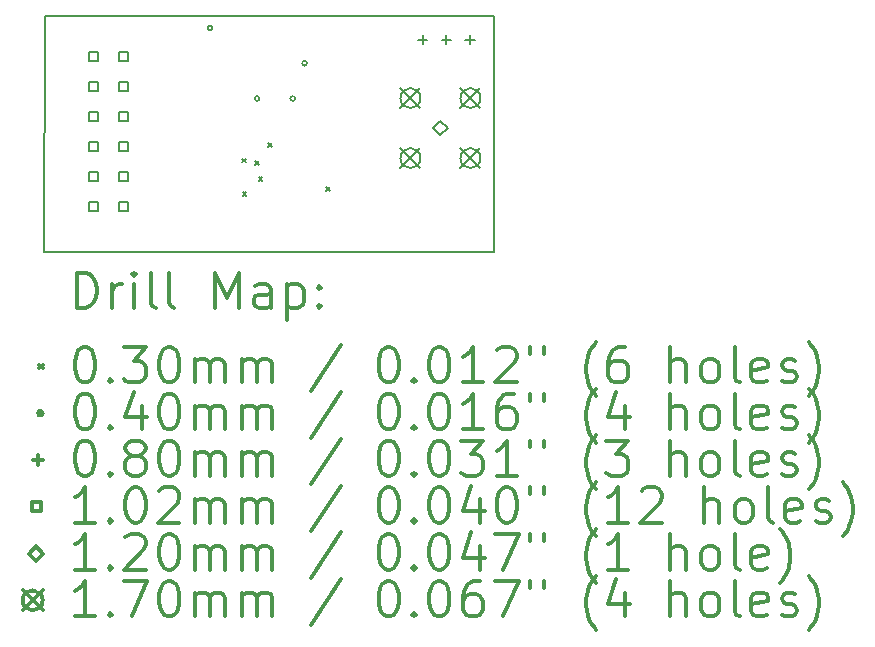
<source format=gbr>
%FSLAX45Y45*%
G04 Gerber Fmt 4.5, Leading zero omitted, Abs format (unit mm)*
G04 Created by KiCad (PCBNEW 5.0.1+dfsg1-3~bpo9+1) date Mon 26 Nov 2018 07:10:50 PM CET*
%MOMM*%
%LPD*%
G01*
G04 APERTURE LIST*
%ADD10C,0.150000*%
%ADD11C,0.200000*%
%ADD12C,0.300000*%
G04 APERTURE END LIST*
D10*
X9390000Y-12100000D02*
X9400000Y-10100000D01*
X13200000Y-12100000D02*
X9390000Y-12100000D01*
X13200000Y-10100000D02*
X13200000Y-12100000D01*
X9400000Y-10100000D02*
X13200000Y-10100000D01*
D11*
X11072500Y-11307500D02*
X11102500Y-11337500D01*
X11102500Y-11307500D02*
X11072500Y-11337500D01*
X11075000Y-11592500D02*
X11105000Y-11622500D01*
X11105000Y-11592500D02*
X11075000Y-11622500D01*
X11182500Y-11330000D02*
X11212500Y-11360000D01*
X11212500Y-11330000D02*
X11182500Y-11360000D01*
X11210000Y-11467500D02*
X11240000Y-11497500D01*
X11240000Y-11467500D02*
X11210000Y-11497500D01*
X11292500Y-11180000D02*
X11322500Y-11210000D01*
X11322500Y-11180000D02*
X11292500Y-11210000D01*
X11782500Y-11550000D02*
X11812500Y-11580000D01*
X11812500Y-11550000D02*
X11782500Y-11580000D01*
X10820000Y-10200000D02*
G75*
G03X10820000Y-10200000I-20000J0D01*
G01*
X11217001Y-10800000D02*
G75*
G03X11217001Y-10800000I-20000J0D01*
G01*
X11520000Y-10800000D02*
G75*
G03X11520000Y-10800000I-20000J0D01*
G01*
X11620000Y-10500000D02*
G75*
G03X11620000Y-10500000I-20000J0D01*
G01*
X12600000Y-10260000D02*
X12600000Y-10340000D01*
X12560000Y-10300000D02*
X12640000Y-10300000D01*
X12800000Y-10260000D02*
X12800000Y-10340000D01*
X12760000Y-10300000D02*
X12840000Y-10300000D01*
X13000000Y-10260000D02*
X13000000Y-10340000D01*
X12960000Y-10300000D02*
X13040000Y-10300000D01*
X9848421Y-10480421D02*
X9848421Y-10408579D01*
X9776579Y-10408579D01*
X9776579Y-10480421D01*
X9848421Y-10480421D01*
X9848421Y-10734421D02*
X9848421Y-10662579D01*
X9776579Y-10662579D01*
X9776579Y-10734421D01*
X9848421Y-10734421D01*
X9848421Y-10988421D02*
X9848421Y-10916579D01*
X9776579Y-10916579D01*
X9776579Y-10988421D01*
X9848421Y-10988421D01*
X9848421Y-11242421D02*
X9848421Y-11170579D01*
X9776579Y-11170579D01*
X9776579Y-11242421D01*
X9848421Y-11242421D01*
X9848421Y-11496421D02*
X9848421Y-11424579D01*
X9776579Y-11424579D01*
X9776579Y-11496421D01*
X9848421Y-11496421D01*
X9848421Y-11750421D02*
X9848421Y-11678579D01*
X9776579Y-11678579D01*
X9776579Y-11750421D01*
X9848421Y-11750421D01*
X10102421Y-10480421D02*
X10102421Y-10408579D01*
X10030579Y-10408579D01*
X10030579Y-10480421D01*
X10102421Y-10480421D01*
X10102421Y-10734421D02*
X10102421Y-10662579D01*
X10030579Y-10662579D01*
X10030579Y-10734421D01*
X10102421Y-10734421D01*
X10102421Y-10988421D02*
X10102421Y-10916579D01*
X10030579Y-10916579D01*
X10030579Y-10988421D01*
X10102421Y-10988421D01*
X10102421Y-11242421D02*
X10102421Y-11170579D01*
X10030579Y-11170579D01*
X10030579Y-11242421D01*
X10102421Y-11242421D01*
X10102421Y-11496421D02*
X10102421Y-11424579D01*
X10030579Y-11424579D01*
X10030579Y-11496421D01*
X10102421Y-11496421D01*
X10102421Y-11750421D02*
X10102421Y-11678579D01*
X10030579Y-11678579D01*
X10030579Y-11750421D01*
X10102421Y-11750421D01*
X12750000Y-11110000D02*
X12810000Y-11050000D01*
X12750000Y-10990000D01*
X12690000Y-11050000D01*
X12750000Y-11110000D01*
X12411000Y-10711000D02*
X12581000Y-10881000D01*
X12581000Y-10711000D02*
X12411000Y-10881000D01*
X12581000Y-10796000D02*
G75*
G03X12581000Y-10796000I-85000J0D01*
G01*
X12411000Y-11219000D02*
X12581000Y-11389000D01*
X12581000Y-11219000D02*
X12411000Y-11389000D01*
X12581000Y-11304000D02*
G75*
G03X12581000Y-11304000I-85000J0D01*
G01*
X12919000Y-10711000D02*
X13089000Y-10881000D01*
X13089000Y-10711000D02*
X12919000Y-10881000D01*
X13089000Y-10796000D02*
G75*
G03X13089000Y-10796000I-85000J0D01*
G01*
X12919000Y-11219000D02*
X13089000Y-11389000D01*
X13089000Y-11219000D02*
X12919000Y-11389000D01*
X13089000Y-11304000D02*
G75*
G03X13089000Y-11304000I-85000J0D01*
G01*
D12*
X9668928Y-12573214D02*
X9668928Y-12273214D01*
X9740357Y-12273214D01*
X9783214Y-12287500D01*
X9811786Y-12316071D01*
X9826071Y-12344643D01*
X9840357Y-12401786D01*
X9840357Y-12444643D01*
X9826071Y-12501786D01*
X9811786Y-12530357D01*
X9783214Y-12558929D01*
X9740357Y-12573214D01*
X9668928Y-12573214D01*
X9968928Y-12573214D02*
X9968928Y-12373214D01*
X9968928Y-12430357D02*
X9983214Y-12401786D01*
X9997500Y-12387500D01*
X10026071Y-12373214D01*
X10054643Y-12373214D01*
X10154643Y-12573214D02*
X10154643Y-12373214D01*
X10154643Y-12273214D02*
X10140357Y-12287500D01*
X10154643Y-12301786D01*
X10168928Y-12287500D01*
X10154643Y-12273214D01*
X10154643Y-12301786D01*
X10340357Y-12573214D02*
X10311786Y-12558929D01*
X10297500Y-12530357D01*
X10297500Y-12273214D01*
X10497500Y-12573214D02*
X10468928Y-12558929D01*
X10454643Y-12530357D01*
X10454643Y-12273214D01*
X10840357Y-12573214D02*
X10840357Y-12273214D01*
X10940357Y-12487500D01*
X11040357Y-12273214D01*
X11040357Y-12573214D01*
X11311786Y-12573214D02*
X11311786Y-12416071D01*
X11297500Y-12387500D01*
X11268928Y-12373214D01*
X11211786Y-12373214D01*
X11183214Y-12387500D01*
X11311786Y-12558929D02*
X11283214Y-12573214D01*
X11211786Y-12573214D01*
X11183214Y-12558929D01*
X11168928Y-12530357D01*
X11168928Y-12501786D01*
X11183214Y-12473214D01*
X11211786Y-12458929D01*
X11283214Y-12458929D01*
X11311786Y-12444643D01*
X11454643Y-12373214D02*
X11454643Y-12673214D01*
X11454643Y-12387500D02*
X11483214Y-12373214D01*
X11540357Y-12373214D01*
X11568928Y-12387500D01*
X11583214Y-12401786D01*
X11597500Y-12430357D01*
X11597500Y-12516071D01*
X11583214Y-12544643D01*
X11568928Y-12558929D01*
X11540357Y-12573214D01*
X11483214Y-12573214D01*
X11454643Y-12558929D01*
X11726071Y-12544643D02*
X11740357Y-12558929D01*
X11726071Y-12573214D01*
X11711786Y-12558929D01*
X11726071Y-12544643D01*
X11726071Y-12573214D01*
X11726071Y-12387500D02*
X11740357Y-12401786D01*
X11726071Y-12416071D01*
X11711786Y-12401786D01*
X11726071Y-12387500D01*
X11726071Y-12416071D01*
X9352500Y-13052500D02*
X9382500Y-13082500D01*
X9382500Y-13052500D02*
X9352500Y-13082500D01*
X9726071Y-12903214D02*
X9754643Y-12903214D01*
X9783214Y-12917500D01*
X9797500Y-12931786D01*
X9811786Y-12960357D01*
X9826071Y-13017500D01*
X9826071Y-13088929D01*
X9811786Y-13146071D01*
X9797500Y-13174643D01*
X9783214Y-13188929D01*
X9754643Y-13203214D01*
X9726071Y-13203214D01*
X9697500Y-13188929D01*
X9683214Y-13174643D01*
X9668928Y-13146071D01*
X9654643Y-13088929D01*
X9654643Y-13017500D01*
X9668928Y-12960357D01*
X9683214Y-12931786D01*
X9697500Y-12917500D01*
X9726071Y-12903214D01*
X9954643Y-13174643D02*
X9968928Y-13188929D01*
X9954643Y-13203214D01*
X9940357Y-13188929D01*
X9954643Y-13174643D01*
X9954643Y-13203214D01*
X10068928Y-12903214D02*
X10254643Y-12903214D01*
X10154643Y-13017500D01*
X10197500Y-13017500D01*
X10226071Y-13031786D01*
X10240357Y-13046071D01*
X10254643Y-13074643D01*
X10254643Y-13146071D01*
X10240357Y-13174643D01*
X10226071Y-13188929D01*
X10197500Y-13203214D01*
X10111786Y-13203214D01*
X10083214Y-13188929D01*
X10068928Y-13174643D01*
X10440357Y-12903214D02*
X10468928Y-12903214D01*
X10497500Y-12917500D01*
X10511786Y-12931786D01*
X10526071Y-12960357D01*
X10540357Y-13017500D01*
X10540357Y-13088929D01*
X10526071Y-13146071D01*
X10511786Y-13174643D01*
X10497500Y-13188929D01*
X10468928Y-13203214D01*
X10440357Y-13203214D01*
X10411786Y-13188929D01*
X10397500Y-13174643D01*
X10383214Y-13146071D01*
X10368928Y-13088929D01*
X10368928Y-13017500D01*
X10383214Y-12960357D01*
X10397500Y-12931786D01*
X10411786Y-12917500D01*
X10440357Y-12903214D01*
X10668928Y-13203214D02*
X10668928Y-13003214D01*
X10668928Y-13031786D02*
X10683214Y-13017500D01*
X10711786Y-13003214D01*
X10754643Y-13003214D01*
X10783214Y-13017500D01*
X10797500Y-13046071D01*
X10797500Y-13203214D01*
X10797500Y-13046071D02*
X10811786Y-13017500D01*
X10840357Y-13003214D01*
X10883214Y-13003214D01*
X10911786Y-13017500D01*
X10926071Y-13046071D01*
X10926071Y-13203214D01*
X11068928Y-13203214D02*
X11068928Y-13003214D01*
X11068928Y-13031786D02*
X11083214Y-13017500D01*
X11111786Y-13003214D01*
X11154643Y-13003214D01*
X11183214Y-13017500D01*
X11197500Y-13046071D01*
X11197500Y-13203214D01*
X11197500Y-13046071D02*
X11211786Y-13017500D01*
X11240357Y-13003214D01*
X11283214Y-13003214D01*
X11311786Y-13017500D01*
X11326071Y-13046071D01*
X11326071Y-13203214D01*
X11911786Y-12888929D02*
X11654643Y-13274643D01*
X12297500Y-12903214D02*
X12326071Y-12903214D01*
X12354643Y-12917500D01*
X12368928Y-12931786D01*
X12383214Y-12960357D01*
X12397500Y-13017500D01*
X12397500Y-13088929D01*
X12383214Y-13146071D01*
X12368928Y-13174643D01*
X12354643Y-13188929D01*
X12326071Y-13203214D01*
X12297500Y-13203214D01*
X12268928Y-13188929D01*
X12254643Y-13174643D01*
X12240357Y-13146071D01*
X12226071Y-13088929D01*
X12226071Y-13017500D01*
X12240357Y-12960357D01*
X12254643Y-12931786D01*
X12268928Y-12917500D01*
X12297500Y-12903214D01*
X12526071Y-13174643D02*
X12540357Y-13188929D01*
X12526071Y-13203214D01*
X12511786Y-13188929D01*
X12526071Y-13174643D01*
X12526071Y-13203214D01*
X12726071Y-12903214D02*
X12754643Y-12903214D01*
X12783214Y-12917500D01*
X12797500Y-12931786D01*
X12811786Y-12960357D01*
X12826071Y-13017500D01*
X12826071Y-13088929D01*
X12811786Y-13146071D01*
X12797500Y-13174643D01*
X12783214Y-13188929D01*
X12754643Y-13203214D01*
X12726071Y-13203214D01*
X12697500Y-13188929D01*
X12683214Y-13174643D01*
X12668928Y-13146071D01*
X12654643Y-13088929D01*
X12654643Y-13017500D01*
X12668928Y-12960357D01*
X12683214Y-12931786D01*
X12697500Y-12917500D01*
X12726071Y-12903214D01*
X13111786Y-13203214D02*
X12940357Y-13203214D01*
X13026071Y-13203214D02*
X13026071Y-12903214D01*
X12997500Y-12946071D01*
X12968928Y-12974643D01*
X12940357Y-12988929D01*
X13226071Y-12931786D02*
X13240357Y-12917500D01*
X13268928Y-12903214D01*
X13340357Y-12903214D01*
X13368928Y-12917500D01*
X13383214Y-12931786D01*
X13397500Y-12960357D01*
X13397500Y-12988929D01*
X13383214Y-13031786D01*
X13211786Y-13203214D01*
X13397500Y-13203214D01*
X13511786Y-12903214D02*
X13511786Y-12960357D01*
X13626071Y-12903214D02*
X13626071Y-12960357D01*
X14068928Y-13317500D02*
X14054643Y-13303214D01*
X14026071Y-13260357D01*
X14011786Y-13231786D01*
X13997500Y-13188929D01*
X13983214Y-13117500D01*
X13983214Y-13060357D01*
X13997500Y-12988929D01*
X14011786Y-12946071D01*
X14026071Y-12917500D01*
X14054643Y-12874643D01*
X14068928Y-12860357D01*
X14311786Y-12903214D02*
X14254643Y-12903214D01*
X14226071Y-12917500D01*
X14211786Y-12931786D01*
X14183214Y-12974643D01*
X14168928Y-13031786D01*
X14168928Y-13146071D01*
X14183214Y-13174643D01*
X14197500Y-13188929D01*
X14226071Y-13203214D01*
X14283214Y-13203214D01*
X14311786Y-13188929D01*
X14326071Y-13174643D01*
X14340357Y-13146071D01*
X14340357Y-13074643D01*
X14326071Y-13046071D01*
X14311786Y-13031786D01*
X14283214Y-13017500D01*
X14226071Y-13017500D01*
X14197500Y-13031786D01*
X14183214Y-13046071D01*
X14168928Y-13074643D01*
X14697500Y-13203214D02*
X14697500Y-12903214D01*
X14826071Y-13203214D02*
X14826071Y-13046071D01*
X14811786Y-13017500D01*
X14783214Y-13003214D01*
X14740357Y-13003214D01*
X14711786Y-13017500D01*
X14697500Y-13031786D01*
X15011786Y-13203214D02*
X14983214Y-13188929D01*
X14968928Y-13174643D01*
X14954643Y-13146071D01*
X14954643Y-13060357D01*
X14968928Y-13031786D01*
X14983214Y-13017500D01*
X15011786Y-13003214D01*
X15054643Y-13003214D01*
X15083214Y-13017500D01*
X15097500Y-13031786D01*
X15111786Y-13060357D01*
X15111786Y-13146071D01*
X15097500Y-13174643D01*
X15083214Y-13188929D01*
X15054643Y-13203214D01*
X15011786Y-13203214D01*
X15283214Y-13203214D02*
X15254643Y-13188929D01*
X15240357Y-13160357D01*
X15240357Y-12903214D01*
X15511786Y-13188929D02*
X15483214Y-13203214D01*
X15426071Y-13203214D01*
X15397500Y-13188929D01*
X15383214Y-13160357D01*
X15383214Y-13046071D01*
X15397500Y-13017500D01*
X15426071Y-13003214D01*
X15483214Y-13003214D01*
X15511786Y-13017500D01*
X15526071Y-13046071D01*
X15526071Y-13074643D01*
X15383214Y-13103214D01*
X15640357Y-13188929D02*
X15668928Y-13203214D01*
X15726071Y-13203214D01*
X15754643Y-13188929D01*
X15768928Y-13160357D01*
X15768928Y-13146071D01*
X15754643Y-13117500D01*
X15726071Y-13103214D01*
X15683214Y-13103214D01*
X15654643Y-13088929D01*
X15640357Y-13060357D01*
X15640357Y-13046071D01*
X15654643Y-13017500D01*
X15683214Y-13003214D01*
X15726071Y-13003214D01*
X15754643Y-13017500D01*
X15868928Y-13317500D02*
X15883214Y-13303214D01*
X15911786Y-13260357D01*
X15926071Y-13231786D01*
X15940357Y-13188929D01*
X15954643Y-13117500D01*
X15954643Y-13060357D01*
X15940357Y-12988929D01*
X15926071Y-12946071D01*
X15911786Y-12917500D01*
X15883214Y-12874643D01*
X15868928Y-12860357D01*
X9382500Y-13463500D02*
G75*
G03X9382500Y-13463500I-20000J0D01*
G01*
X9726071Y-13299214D02*
X9754643Y-13299214D01*
X9783214Y-13313500D01*
X9797500Y-13327786D01*
X9811786Y-13356357D01*
X9826071Y-13413500D01*
X9826071Y-13484929D01*
X9811786Y-13542071D01*
X9797500Y-13570643D01*
X9783214Y-13584929D01*
X9754643Y-13599214D01*
X9726071Y-13599214D01*
X9697500Y-13584929D01*
X9683214Y-13570643D01*
X9668928Y-13542071D01*
X9654643Y-13484929D01*
X9654643Y-13413500D01*
X9668928Y-13356357D01*
X9683214Y-13327786D01*
X9697500Y-13313500D01*
X9726071Y-13299214D01*
X9954643Y-13570643D02*
X9968928Y-13584929D01*
X9954643Y-13599214D01*
X9940357Y-13584929D01*
X9954643Y-13570643D01*
X9954643Y-13599214D01*
X10226071Y-13399214D02*
X10226071Y-13599214D01*
X10154643Y-13284929D02*
X10083214Y-13499214D01*
X10268928Y-13499214D01*
X10440357Y-13299214D02*
X10468928Y-13299214D01*
X10497500Y-13313500D01*
X10511786Y-13327786D01*
X10526071Y-13356357D01*
X10540357Y-13413500D01*
X10540357Y-13484929D01*
X10526071Y-13542071D01*
X10511786Y-13570643D01*
X10497500Y-13584929D01*
X10468928Y-13599214D01*
X10440357Y-13599214D01*
X10411786Y-13584929D01*
X10397500Y-13570643D01*
X10383214Y-13542071D01*
X10368928Y-13484929D01*
X10368928Y-13413500D01*
X10383214Y-13356357D01*
X10397500Y-13327786D01*
X10411786Y-13313500D01*
X10440357Y-13299214D01*
X10668928Y-13599214D02*
X10668928Y-13399214D01*
X10668928Y-13427786D02*
X10683214Y-13413500D01*
X10711786Y-13399214D01*
X10754643Y-13399214D01*
X10783214Y-13413500D01*
X10797500Y-13442071D01*
X10797500Y-13599214D01*
X10797500Y-13442071D02*
X10811786Y-13413500D01*
X10840357Y-13399214D01*
X10883214Y-13399214D01*
X10911786Y-13413500D01*
X10926071Y-13442071D01*
X10926071Y-13599214D01*
X11068928Y-13599214D02*
X11068928Y-13399214D01*
X11068928Y-13427786D02*
X11083214Y-13413500D01*
X11111786Y-13399214D01*
X11154643Y-13399214D01*
X11183214Y-13413500D01*
X11197500Y-13442071D01*
X11197500Y-13599214D01*
X11197500Y-13442071D02*
X11211786Y-13413500D01*
X11240357Y-13399214D01*
X11283214Y-13399214D01*
X11311786Y-13413500D01*
X11326071Y-13442071D01*
X11326071Y-13599214D01*
X11911786Y-13284929D02*
X11654643Y-13670643D01*
X12297500Y-13299214D02*
X12326071Y-13299214D01*
X12354643Y-13313500D01*
X12368928Y-13327786D01*
X12383214Y-13356357D01*
X12397500Y-13413500D01*
X12397500Y-13484929D01*
X12383214Y-13542071D01*
X12368928Y-13570643D01*
X12354643Y-13584929D01*
X12326071Y-13599214D01*
X12297500Y-13599214D01*
X12268928Y-13584929D01*
X12254643Y-13570643D01*
X12240357Y-13542071D01*
X12226071Y-13484929D01*
X12226071Y-13413500D01*
X12240357Y-13356357D01*
X12254643Y-13327786D01*
X12268928Y-13313500D01*
X12297500Y-13299214D01*
X12526071Y-13570643D02*
X12540357Y-13584929D01*
X12526071Y-13599214D01*
X12511786Y-13584929D01*
X12526071Y-13570643D01*
X12526071Y-13599214D01*
X12726071Y-13299214D02*
X12754643Y-13299214D01*
X12783214Y-13313500D01*
X12797500Y-13327786D01*
X12811786Y-13356357D01*
X12826071Y-13413500D01*
X12826071Y-13484929D01*
X12811786Y-13542071D01*
X12797500Y-13570643D01*
X12783214Y-13584929D01*
X12754643Y-13599214D01*
X12726071Y-13599214D01*
X12697500Y-13584929D01*
X12683214Y-13570643D01*
X12668928Y-13542071D01*
X12654643Y-13484929D01*
X12654643Y-13413500D01*
X12668928Y-13356357D01*
X12683214Y-13327786D01*
X12697500Y-13313500D01*
X12726071Y-13299214D01*
X13111786Y-13599214D02*
X12940357Y-13599214D01*
X13026071Y-13599214D02*
X13026071Y-13299214D01*
X12997500Y-13342071D01*
X12968928Y-13370643D01*
X12940357Y-13384929D01*
X13368928Y-13299214D02*
X13311786Y-13299214D01*
X13283214Y-13313500D01*
X13268928Y-13327786D01*
X13240357Y-13370643D01*
X13226071Y-13427786D01*
X13226071Y-13542071D01*
X13240357Y-13570643D01*
X13254643Y-13584929D01*
X13283214Y-13599214D01*
X13340357Y-13599214D01*
X13368928Y-13584929D01*
X13383214Y-13570643D01*
X13397500Y-13542071D01*
X13397500Y-13470643D01*
X13383214Y-13442071D01*
X13368928Y-13427786D01*
X13340357Y-13413500D01*
X13283214Y-13413500D01*
X13254643Y-13427786D01*
X13240357Y-13442071D01*
X13226071Y-13470643D01*
X13511786Y-13299214D02*
X13511786Y-13356357D01*
X13626071Y-13299214D02*
X13626071Y-13356357D01*
X14068928Y-13713500D02*
X14054643Y-13699214D01*
X14026071Y-13656357D01*
X14011786Y-13627786D01*
X13997500Y-13584929D01*
X13983214Y-13513500D01*
X13983214Y-13456357D01*
X13997500Y-13384929D01*
X14011786Y-13342071D01*
X14026071Y-13313500D01*
X14054643Y-13270643D01*
X14068928Y-13256357D01*
X14311786Y-13399214D02*
X14311786Y-13599214D01*
X14240357Y-13284929D02*
X14168928Y-13499214D01*
X14354643Y-13499214D01*
X14697500Y-13599214D02*
X14697500Y-13299214D01*
X14826071Y-13599214D02*
X14826071Y-13442071D01*
X14811786Y-13413500D01*
X14783214Y-13399214D01*
X14740357Y-13399214D01*
X14711786Y-13413500D01*
X14697500Y-13427786D01*
X15011786Y-13599214D02*
X14983214Y-13584929D01*
X14968928Y-13570643D01*
X14954643Y-13542071D01*
X14954643Y-13456357D01*
X14968928Y-13427786D01*
X14983214Y-13413500D01*
X15011786Y-13399214D01*
X15054643Y-13399214D01*
X15083214Y-13413500D01*
X15097500Y-13427786D01*
X15111786Y-13456357D01*
X15111786Y-13542071D01*
X15097500Y-13570643D01*
X15083214Y-13584929D01*
X15054643Y-13599214D01*
X15011786Y-13599214D01*
X15283214Y-13599214D02*
X15254643Y-13584929D01*
X15240357Y-13556357D01*
X15240357Y-13299214D01*
X15511786Y-13584929D02*
X15483214Y-13599214D01*
X15426071Y-13599214D01*
X15397500Y-13584929D01*
X15383214Y-13556357D01*
X15383214Y-13442071D01*
X15397500Y-13413500D01*
X15426071Y-13399214D01*
X15483214Y-13399214D01*
X15511786Y-13413500D01*
X15526071Y-13442071D01*
X15526071Y-13470643D01*
X15383214Y-13499214D01*
X15640357Y-13584929D02*
X15668928Y-13599214D01*
X15726071Y-13599214D01*
X15754643Y-13584929D01*
X15768928Y-13556357D01*
X15768928Y-13542071D01*
X15754643Y-13513500D01*
X15726071Y-13499214D01*
X15683214Y-13499214D01*
X15654643Y-13484929D01*
X15640357Y-13456357D01*
X15640357Y-13442071D01*
X15654643Y-13413500D01*
X15683214Y-13399214D01*
X15726071Y-13399214D01*
X15754643Y-13413500D01*
X15868928Y-13713500D02*
X15883214Y-13699214D01*
X15911786Y-13656357D01*
X15926071Y-13627786D01*
X15940357Y-13584929D01*
X15954643Y-13513500D01*
X15954643Y-13456357D01*
X15940357Y-13384929D01*
X15926071Y-13342071D01*
X15911786Y-13313500D01*
X15883214Y-13270643D01*
X15868928Y-13256357D01*
X9342500Y-13819500D02*
X9342500Y-13899500D01*
X9302500Y-13859500D02*
X9382500Y-13859500D01*
X9726071Y-13695214D02*
X9754643Y-13695214D01*
X9783214Y-13709500D01*
X9797500Y-13723786D01*
X9811786Y-13752357D01*
X9826071Y-13809500D01*
X9826071Y-13880929D01*
X9811786Y-13938071D01*
X9797500Y-13966643D01*
X9783214Y-13980929D01*
X9754643Y-13995214D01*
X9726071Y-13995214D01*
X9697500Y-13980929D01*
X9683214Y-13966643D01*
X9668928Y-13938071D01*
X9654643Y-13880929D01*
X9654643Y-13809500D01*
X9668928Y-13752357D01*
X9683214Y-13723786D01*
X9697500Y-13709500D01*
X9726071Y-13695214D01*
X9954643Y-13966643D02*
X9968928Y-13980929D01*
X9954643Y-13995214D01*
X9940357Y-13980929D01*
X9954643Y-13966643D01*
X9954643Y-13995214D01*
X10140357Y-13823786D02*
X10111786Y-13809500D01*
X10097500Y-13795214D01*
X10083214Y-13766643D01*
X10083214Y-13752357D01*
X10097500Y-13723786D01*
X10111786Y-13709500D01*
X10140357Y-13695214D01*
X10197500Y-13695214D01*
X10226071Y-13709500D01*
X10240357Y-13723786D01*
X10254643Y-13752357D01*
X10254643Y-13766643D01*
X10240357Y-13795214D01*
X10226071Y-13809500D01*
X10197500Y-13823786D01*
X10140357Y-13823786D01*
X10111786Y-13838071D01*
X10097500Y-13852357D01*
X10083214Y-13880929D01*
X10083214Y-13938071D01*
X10097500Y-13966643D01*
X10111786Y-13980929D01*
X10140357Y-13995214D01*
X10197500Y-13995214D01*
X10226071Y-13980929D01*
X10240357Y-13966643D01*
X10254643Y-13938071D01*
X10254643Y-13880929D01*
X10240357Y-13852357D01*
X10226071Y-13838071D01*
X10197500Y-13823786D01*
X10440357Y-13695214D02*
X10468928Y-13695214D01*
X10497500Y-13709500D01*
X10511786Y-13723786D01*
X10526071Y-13752357D01*
X10540357Y-13809500D01*
X10540357Y-13880929D01*
X10526071Y-13938071D01*
X10511786Y-13966643D01*
X10497500Y-13980929D01*
X10468928Y-13995214D01*
X10440357Y-13995214D01*
X10411786Y-13980929D01*
X10397500Y-13966643D01*
X10383214Y-13938071D01*
X10368928Y-13880929D01*
X10368928Y-13809500D01*
X10383214Y-13752357D01*
X10397500Y-13723786D01*
X10411786Y-13709500D01*
X10440357Y-13695214D01*
X10668928Y-13995214D02*
X10668928Y-13795214D01*
X10668928Y-13823786D02*
X10683214Y-13809500D01*
X10711786Y-13795214D01*
X10754643Y-13795214D01*
X10783214Y-13809500D01*
X10797500Y-13838071D01*
X10797500Y-13995214D01*
X10797500Y-13838071D02*
X10811786Y-13809500D01*
X10840357Y-13795214D01*
X10883214Y-13795214D01*
X10911786Y-13809500D01*
X10926071Y-13838071D01*
X10926071Y-13995214D01*
X11068928Y-13995214D02*
X11068928Y-13795214D01*
X11068928Y-13823786D02*
X11083214Y-13809500D01*
X11111786Y-13795214D01*
X11154643Y-13795214D01*
X11183214Y-13809500D01*
X11197500Y-13838071D01*
X11197500Y-13995214D01*
X11197500Y-13838071D02*
X11211786Y-13809500D01*
X11240357Y-13795214D01*
X11283214Y-13795214D01*
X11311786Y-13809500D01*
X11326071Y-13838071D01*
X11326071Y-13995214D01*
X11911786Y-13680929D02*
X11654643Y-14066643D01*
X12297500Y-13695214D02*
X12326071Y-13695214D01*
X12354643Y-13709500D01*
X12368928Y-13723786D01*
X12383214Y-13752357D01*
X12397500Y-13809500D01*
X12397500Y-13880929D01*
X12383214Y-13938071D01*
X12368928Y-13966643D01*
X12354643Y-13980929D01*
X12326071Y-13995214D01*
X12297500Y-13995214D01*
X12268928Y-13980929D01*
X12254643Y-13966643D01*
X12240357Y-13938071D01*
X12226071Y-13880929D01*
X12226071Y-13809500D01*
X12240357Y-13752357D01*
X12254643Y-13723786D01*
X12268928Y-13709500D01*
X12297500Y-13695214D01*
X12526071Y-13966643D02*
X12540357Y-13980929D01*
X12526071Y-13995214D01*
X12511786Y-13980929D01*
X12526071Y-13966643D01*
X12526071Y-13995214D01*
X12726071Y-13695214D02*
X12754643Y-13695214D01*
X12783214Y-13709500D01*
X12797500Y-13723786D01*
X12811786Y-13752357D01*
X12826071Y-13809500D01*
X12826071Y-13880929D01*
X12811786Y-13938071D01*
X12797500Y-13966643D01*
X12783214Y-13980929D01*
X12754643Y-13995214D01*
X12726071Y-13995214D01*
X12697500Y-13980929D01*
X12683214Y-13966643D01*
X12668928Y-13938071D01*
X12654643Y-13880929D01*
X12654643Y-13809500D01*
X12668928Y-13752357D01*
X12683214Y-13723786D01*
X12697500Y-13709500D01*
X12726071Y-13695214D01*
X12926071Y-13695214D02*
X13111786Y-13695214D01*
X13011786Y-13809500D01*
X13054643Y-13809500D01*
X13083214Y-13823786D01*
X13097500Y-13838071D01*
X13111786Y-13866643D01*
X13111786Y-13938071D01*
X13097500Y-13966643D01*
X13083214Y-13980929D01*
X13054643Y-13995214D01*
X12968928Y-13995214D01*
X12940357Y-13980929D01*
X12926071Y-13966643D01*
X13397500Y-13995214D02*
X13226071Y-13995214D01*
X13311786Y-13995214D02*
X13311786Y-13695214D01*
X13283214Y-13738071D01*
X13254643Y-13766643D01*
X13226071Y-13780929D01*
X13511786Y-13695214D02*
X13511786Y-13752357D01*
X13626071Y-13695214D02*
X13626071Y-13752357D01*
X14068928Y-14109500D02*
X14054643Y-14095214D01*
X14026071Y-14052357D01*
X14011786Y-14023786D01*
X13997500Y-13980929D01*
X13983214Y-13909500D01*
X13983214Y-13852357D01*
X13997500Y-13780929D01*
X14011786Y-13738071D01*
X14026071Y-13709500D01*
X14054643Y-13666643D01*
X14068928Y-13652357D01*
X14154643Y-13695214D02*
X14340357Y-13695214D01*
X14240357Y-13809500D01*
X14283214Y-13809500D01*
X14311786Y-13823786D01*
X14326071Y-13838071D01*
X14340357Y-13866643D01*
X14340357Y-13938071D01*
X14326071Y-13966643D01*
X14311786Y-13980929D01*
X14283214Y-13995214D01*
X14197500Y-13995214D01*
X14168928Y-13980929D01*
X14154643Y-13966643D01*
X14697500Y-13995214D02*
X14697500Y-13695214D01*
X14826071Y-13995214D02*
X14826071Y-13838071D01*
X14811786Y-13809500D01*
X14783214Y-13795214D01*
X14740357Y-13795214D01*
X14711786Y-13809500D01*
X14697500Y-13823786D01*
X15011786Y-13995214D02*
X14983214Y-13980929D01*
X14968928Y-13966643D01*
X14954643Y-13938071D01*
X14954643Y-13852357D01*
X14968928Y-13823786D01*
X14983214Y-13809500D01*
X15011786Y-13795214D01*
X15054643Y-13795214D01*
X15083214Y-13809500D01*
X15097500Y-13823786D01*
X15111786Y-13852357D01*
X15111786Y-13938071D01*
X15097500Y-13966643D01*
X15083214Y-13980929D01*
X15054643Y-13995214D01*
X15011786Y-13995214D01*
X15283214Y-13995214D02*
X15254643Y-13980929D01*
X15240357Y-13952357D01*
X15240357Y-13695214D01*
X15511786Y-13980929D02*
X15483214Y-13995214D01*
X15426071Y-13995214D01*
X15397500Y-13980929D01*
X15383214Y-13952357D01*
X15383214Y-13838071D01*
X15397500Y-13809500D01*
X15426071Y-13795214D01*
X15483214Y-13795214D01*
X15511786Y-13809500D01*
X15526071Y-13838071D01*
X15526071Y-13866643D01*
X15383214Y-13895214D01*
X15640357Y-13980929D02*
X15668928Y-13995214D01*
X15726071Y-13995214D01*
X15754643Y-13980929D01*
X15768928Y-13952357D01*
X15768928Y-13938071D01*
X15754643Y-13909500D01*
X15726071Y-13895214D01*
X15683214Y-13895214D01*
X15654643Y-13880929D01*
X15640357Y-13852357D01*
X15640357Y-13838071D01*
X15654643Y-13809500D01*
X15683214Y-13795214D01*
X15726071Y-13795214D01*
X15754643Y-13809500D01*
X15868928Y-14109500D02*
X15883214Y-14095214D01*
X15911786Y-14052357D01*
X15926071Y-14023786D01*
X15940357Y-13980929D01*
X15954643Y-13909500D01*
X15954643Y-13852357D01*
X15940357Y-13780929D01*
X15926071Y-13738071D01*
X15911786Y-13709500D01*
X15883214Y-13666643D01*
X15868928Y-13652357D01*
X9367621Y-14291421D02*
X9367621Y-14219579D01*
X9295779Y-14219579D01*
X9295779Y-14291421D01*
X9367621Y-14291421D01*
X9826071Y-14391214D02*
X9654643Y-14391214D01*
X9740357Y-14391214D02*
X9740357Y-14091214D01*
X9711786Y-14134071D01*
X9683214Y-14162643D01*
X9654643Y-14176929D01*
X9954643Y-14362643D02*
X9968928Y-14376929D01*
X9954643Y-14391214D01*
X9940357Y-14376929D01*
X9954643Y-14362643D01*
X9954643Y-14391214D01*
X10154643Y-14091214D02*
X10183214Y-14091214D01*
X10211786Y-14105500D01*
X10226071Y-14119786D01*
X10240357Y-14148357D01*
X10254643Y-14205500D01*
X10254643Y-14276929D01*
X10240357Y-14334071D01*
X10226071Y-14362643D01*
X10211786Y-14376929D01*
X10183214Y-14391214D01*
X10154643Y-14391214D01*
X10126071Y-14376929D01*
X10111786Y-14362643D01*
X10097500Y-14334071D01*
X10083214Y-14276929D01*
X10083214Y-14205500D01*
X10097500Y-14148357D01*
X10111786Y-14119786D01*
X10126071Y-14105500D01*
X10154643Y-14091214D01*
X10368928Y-14119786D02*
X10383214Y-14105500D01*
X10411786Y-14091214D01*
X10483214Y-14091214D01*
X10511786Y-14105500D01*
X10526071Y-14119786D01*
X10540357Y-14148357D01*
X10540357Y-14176929D01*
X10526071Y-14219786D01*
X10354643Y-14391214D01*
X10540357Y-14391214D01*
X10668928Y-14391214D02*
X10668928Y-14191214D01*
X10668928Y-14219786D02*
X10683214Y-14205500D01*
X10711786Y-14191214D01*
X10754643Y-14191214D01*
X10783214Y-14205500D01*
X10797500Y-14234071D01*
X10797500Y-14391214D01*
X10797500Y-14234071D02*
X10811786Y-14205500D01*
X10840357Y-14191214D01*
X10883214Y-14191214D01*
X10911786Y-14205500D01*
X10926071Y-14234071D01*
X10926071Y-14391214D01*
X11068928Y-14391214D02*
X11068928Y-14191214D01*
X11068928Y-14219786D02*
X11083214Y-14205500D01*
X11111786Y-14191214D01*
X11154643Y-14191214D01*
X11183214Y-14205500D01*
X11197500Y-14234071D01*
X11197500Y-14391214D01*
X11197500Y-14234071D02*
X11211786Y-14205500D01*
X11240357Y-14191214D01*
X11283214Y-14191214D01*
X11311786Y-14205500D01*
X11326071Y-14234071D01*
X11326071Y-14391214D01*
X11911786Y-14076929D02*
X11654643Y-14462643D01*
X12297500Y-14091214D02*
X12326071Y-14091214D01*
X12354643Y-14105500D01*
X12368928Y-14119786D01*
X12383214Y-14148357D01*
X12397500Y-14205500D01*
X12397500Y-14276929D01*
X12383214Y-14334071D01*
X12368928Y-14362643D01*
X12354643Y-14376929D01*
X12326071Y-14391214D01*
X12297500Y-14391214D01*
X12268928Y-14376929D01*
X12254643Y-14362643D01*
X12240357Y-14334071D01*
X12226071Y-14276929D01*
X12226071Y-14205500D01*
X12240357Y-14148357D01*
X12254643Y-14119786D01*
X12268928Y-14105500D01*
X12297500Y-14091214D01*
X12526071Y-14362643D02*
X12540357Y-14376929D01*
X12526071Y-14391214D01*
X12511786Y-14376929D01*
X12526071Y-14362643D01*
X12526071Y-14391214D01*
X12726071Y-14091214D02*
X12754643Y-14091214D01*
X12783214Y-14105500D01*
X12797500Y-14119786D01*
X12811786Y-14148357D01*
X12826071Y-14205500D01*
X12826071Y-14276929D01*
X12811786Y-14334071D01*
X12797500Y-14362643D01*
X12783214Y-14376929D01*
X12754643Y-14391214D01*
X12726071Y-14391214D01*
X12697500Y-14376929D01*
X12683214Y-14362643D01*
X12668928Y-14334071D01*
X12654643Y-14276929D01*
X12654643Y-14205500D01*
X12668928Y-14148357D01*
X12683214Y-14119786D01*
X12697500Y-14105500D01*
X12726071Y-14091214D01*
X13083214Y-14191214D02*
X13083214Y-14391214D01*
X13011786Y-14076929D02*
X12940357Y-14291214D01*
X13126071Y-14291214D01*
X13297500Y-14091214D02*
X13326071Y-14091214D01*
X13354643Y-14105500D01*
X13368928Y-14119786D01*
X13383214Y-14148357D01*
X13397500Y-14205500D01*
X13397500Y-14276929D01*
X13383214Y-14334071D01*
X13368928Y-14362643D01*
X13354643Y-14376929D01*
X13326071Y-14391214D01*
X13297500Y-14391214D01*
X13268928Y-14376929D01*
X13254643Y-14362643D01*
X13240357Y-14334071D01*
X13226071Y-14276929D01*
X13226071Y-14205500D01*
X13240357Y-14148357D01*
X13254643Y-14119786D01*
X13268928Y-14105500D01*
X13297500Y-14091214D01*
X13511786Y-14091214D02*
X13511786Y-14148357D01*
X13626071Y-14091214D02*
X13626071Y-14148357D01*
X14068928Y-14505500D02*
X14054643Y-14491214D01*
X14026071Y-14448357D01*
X14011786Y-14419786D01*
X13997500Y-14376929D01*
X13983214Y-14305500D01*
X13983214Y-14248357D01*
X13997500Y-14176929D01*
X14011786Y-14134071D01*
X14026071Y-14105500D01*
X14054643Y-14062643D01*
X14068928Y-14048357D01*
X14340357Y-14391214D02*
X14168928Y-14391214D01*
X14254643Y-14391214D02*
X14254643Y-14091214D01*
X14226071Y-14134071D01*
X14197500Y-14162643D01*
X14168928Y-14176929D01*
X14454643Y-14119786D02*
X14468928Y-14105500D01*
X14497500Y-14091214D01*
X14568928Y-14091214D01*
X14597500Y-14105500D01*
X14611786Y-14119786D01*
X14626071Y-14148357D01*
X14626071Y-14176929D01*
X14611786Y-14219786D01*
X14440357Y-14391214D01*
X14626071Y-14391214D01*
X14983214Y-14391214D02*
X14983214Y-14091214D01*
X15111786Y-14391214D02*
X15111786Y-14234071D01*
X15097500Y-14205500D01*
X15068928Y-14191214D01*
X15026071Y-14191214D01*
X14997500Y-14205500D01*
X14983214Y-14219786D01*
X15297500Y-14391214D02*
X15268928Y-14376929D01*
X15254643Y-14362643D01*
X15240357Y-14334071D01*
X15240357Y-14248357D01*
X15254643Y-14219786D01*
X15268928Y-14205500D01*
X15297500Y-14191214D01*
X15340357Y-14191214D01*
X15368928Y-14205500D01*
X15383214Y-14219786D01*
X15397500Y-14248357D01*
X15397500Y-14334071D01*
X15383214Y-14362643D01*
X15368928Y-14376929D01*
X15340357Y-14391214D01*
X15297500Y-14391214D01*
X15568928Y-14391214D02*
X15540357Y-14376929D01*
X15526071Y-14348357D01*
X15526071Y-14091214D01*
X15797500Y-14376929D02*
X15768928Y-14391214D01*
X15711786Y-14391214D01*
X15683214Y-14376929D01*
X15668928Y-14348357D01*
X15668928Y-14234071D01*
X15683214Y-14205500D01*
X15711786Y-14191214D01*
X15768928Y-14191214D01*
X15797500Y-14205500D01*
X15811786Y-14234071D01*
X15811786Y-14262643D01*
X15668928Y-14291214D01*
X15926071Y-14376929D02*
X15954643Y-14391214D01*
X16011786Y-14391214D01*
X16040357Y-14376929D01*
X16054643Y-14348357D01*
X16054643Y-14334071D01*
X16040357Y-14305500D01*
X16011786Y-14291214D01*
X15968928Y-14291214D01*
X15940357Y-14276929D01*
X15926071Y-14248357D01*
X15926071Y-14234071D01*
X15940357Y-14205500D01*
X15968928Y-14191214D01*
X16011786Y-14191214D01*
X16040357Y-14205500D01*
X16154643Y-14505500D02*
X16168928Y-14491214D01*
X16197500Y-14448357D01*
X16211786Y-14419786D01*
X16226071Y-14376929D01*
X16240357Y-14305500D01*
X16240357Y-14248357D01*
X16226071Y-14176929D01*
X16211786Y-14134071D01*
X16197500Y-14105500D01*
X16168928Y-14062643D01*
X16154643Y-14048357D01*
X9322500Y-14711500D02*
X9382500Y-14651500D01*
X9322500Y-14591500D01*
X9262500Y-14651500D01*
X9322500Y-14711500D01*
X9826071Y-14787214D02*
X9654643Y-14787214D01*
X9740357Y-14787214D02*
X9740357Y-14487214D01*
X9711786Y-14530071D01*
X9683214Y-14558643D01*
X9654643Y-14572929D01*
X9954643Y-14758643D02*
X9968928Y-14772929D01*
X9954643Y-14787214D01*
X9940357Y-14772929D01*
X9954643Y-14758643D01*
X9954643Y-14787214D01*
X10083214Y-14515786D02*
X10097500Y-14501500D01*
X10126071Y-14487214D01*
X10197500Y-14487214D01*
X10226071Y-14501500D01*
X10240357Y-14515786D01*
X10254643Y-14544357D01*
X10254643Y-14572929D01*
X10240357Y-14615786D01*
X10068928Y-14787214D01*
X10254643Y-14787214D01*
X10440357Y-14487214D02*
X10468928Y-14487214D01*
X10497500Y-14501500D01*
X10511786Y-14515786D01*
X10526071Y-14544357D01*
X10540357Y-14601500D01*
X10540357Y-14672929D01*
X10526071Y-14730071D01*
X10511786Y-14758643D01*
X10497500Y-14772929D01*
X10468928Y-14787214D01*
X10440357Y-14787214D01*
X10411786Y-14772929D01*
X10397500Y-14758643D01*
X10383214Y-14730071D01*
X10368928Y-14672929D01*
X10368928Y-14601500D01*
X10383214Y-14544357D01*
X10397500Y-14515786D01*
X10411786Y-14501500D01*
X10440357Y-14487214D01*
X10668928Y-14787214D02*
X10668928Y-14587214D01*
X10668928Y-14615786D02*
X10683214Y-14601500D01*
X10711786Y-14587214D01*
X10754643Y-14587214D01*
X10783214Y-14601500D01*
X10797500Y-14630071D01*
X10797500Y-14787214D01*
X10797500Y-14630071D02*
X10811786Y-14601500D01*
X10840357Y-14587214D01*
X10883214Y-14587214D01*
X10911786Y-14601500D01*
X10926071Y-14630071D01*
X10926071Y-14787214D01*
X11068928Y-14787214D02*
X11068928Y-14587214D01*
X11068928Y-14615786D02*
X11083214Y-14601500D01*
X11111786Y-14587214D01*
X11154643Y-14587214D01*
X11183214Y-14601500D01*
X11197500Y-14630071D01*
X11197500Y-14787214D01*
X11197500Y-14630071D02*
X11211786Y-14601500D01*
X11240357Y-14587214D01*
X11283214Y-14587214D01*
X11311786Y-14601500D01*
X11326071Y-14630071D01*
X11326071Y-14787214D01*
X11911786Y-14472929D02*
X11654643Y-14858643D01*
X12297500Y-14487214D02*
X12326071Y-14487214D01*
X12354643Y-14501500D01*
X12368928Y-14515786D01*
X12383214Y-14544357D01*
X12397500Y-14601500D01*
X12397500Y-14672929D01*
X12383214Y-14730071D01*
X12368928Y-14758643D01*
X12354643Y-14772929D01*
X12326071Y-14787214D01*
X12297500Y-14787214D01*
X12268928Y-14772929D01*
X12254643Y-14758643D01*
X12240357Y-14730071D01*
X12226071Y-14672929D01*
X12226071Y-14601500D01*
X12240357Y-14544357D01*
X12254643Y-14515786D01*
X12268928Y-14501500D01*
X12297500Y-14487214D01*
X12526071Y-14758643D02*
X12540357Y-14772929D01*
X12526071Y-14787214D01*
X12511786Y-14772929D01*
X12526071Y-14758643D01*
X12526071Y-14787214D01*
X12726071Y-14487214D02*
X12754643Y-14487214D01*
X12783214Y-14501500D01*
X12797500Y-14515786D01*
X12811786Y-14544357D01*
X12826071Y-14601500D01*
X12826071Y-14672929D01*
X12811786Y-14730071D01*
X12797500Y-14758643D01*
X12783214Y-14772929D01*
X12754643Y-14787214D01*
X12726071Y-14787214D01*
X12697500Y-14772929D01*
X12683214Y-14758643D01*
X12668928Y-14730071D01*
X12654643Y-14672929D01*
X12654643Y-14601500D01*
X12668928Y-14544357D01*
X12683214Y-14515786D01*
X12697500Y-14501500D01*
X12726071Y-14487214D01*
X13083214Y-14587214D02*
X13083214Y-14787214D01*
X13011786Y-14472929D02*
X12940357Y-14687214D01*
X13126071Y-14687214D01*
X13211786Y-14487214D02*
X13411786Y-14487214D01*
X13283214Y-14787214D01*
X13511786Y-14487214D02*
X13511786Y-14544357D01*
X13626071Y-14487214D02*
X13626071Y-14544357D01*
X14068928Y-14901500D02*
X14054643Y-14887214D01*
X14026071Y-14844357D01*
X14011786Y-14815786D01*
X13997500Y-14772929D01*
X13983214Y-14701500D01*
X13983214Y-14644357D01*
X13997500Y-14572929D01*
X14011786Y-14530071D01*
X14026071Y-14501500D01*
X14054643Y-14458643D01*
X14068928Y-14444357D01*
X14340357Y-14787214D02*
X14168928Y-14787214D01*
X14254643Y-14787214D02*
X14254643Y-14487214D01*
X14226071Y-14530071D01*
X14197500Y-14558643D01*
X14168928Y-14572929D01*
X14697500Y-14787214D02*
X14697500Y-14487214D01*
X14826071Y-14787214D02*
X14826071Y-14630071D01*
X14811786Y-14601500D01*
X14783214Y-14587214D01*
X14740357Y-14587214D01*
X14711786Y-14601500D01*
X14697500Y-14615786D01*
X15011786Y-14787214D02*
X14983214Y-14772929D01*
X14968928Y-14758643D01*
X14954643Y-14730071D01*
X14954643Y-14644357D01*
X14968928Y-14615786D01*
X14983214Y-14601500D01*
X15011786Y-14587214D01*
X15054643Y-14587214D01*
X15083214Y-14601500D01*
X15097500Y-14615786D01*
X15111786Y-14644357D01*
X15111786Y-14730071D01*
X15097500Y-14758643D01*
X15083214Y-14772929D01*
X15054643Y-14787214D01*
X15011786Y-14787214D01*
X15283214Y-14787214D02*
X15254643Y-14772929D01*
X15240357Y-14744357D01*
X15240357Y-14487214D01*
X15511786Y-14772929D02*
X15483214Y-14787214D01*
X15426071Y-14787214D01*
X15397500Y-14772929D01*
X15383214Y-14744357D01*
X15383214Y-14630071D01*
X15397500Y-14601500D01*
X15426071Y-14587214D01*
X15483214Y-14587214D01*
X15511786Y-14601500D01*
X15526071Y-14630071D01*
X15526071Y-14658643D01*
X15383214Y-14687214D01*
X15626071Y-14901500D02*
X15640357Y-14887214D01*
X15668928Y-14844357D01*
X15683214Y-14815786D01*
X15697500Y-14772929D01*
X15711786Y-14701500D01*
X15711786Y-14644357D01*
X15697500Y-14572929D01*
X15683214Y-14530071D01*
X15668928Y-14501500D01*
X15640357Y-14458643D01*
X15626071Y-14444357D01*
X9212500Y-14962500D02*
X9382500Y-15132500D01*
X9382500Y-14962500D02*
X9212500Y-15132500D01*
X9382500Y-15047500D02*
G75*
G03X9382500Y-15047500I-85000J0D01*
G01*
X9826071Y-15183214D02*
X9654643Y-15183214D01*
X9740357Y-15183214D02*
X9740357Y-14883214D01*
X9711786Y-14926071D01*
X9683214Y-14954643D01*
X9654643Y-14968929D01*
X9954643Y-15154643D02*
X9968928Y-15168929D01*
X9954643Y-15183214D01*
X9940357Y-15168929D01*
X9954643Y-15154643D01*
X9954643Y-15183214D01*
X10068928Y-14883214D02*
X10268928Y-14883214D01*
X10140357Y-15183214D01*
X10440357Y-14883214D02*
X10468928Y-14883214D01*
X10497500Y-14897500D01*
X10511786Y-14911786D01*
X10526071Y-14940357D01*
X10540357Y-14997500D01*
X10540357Y-15068929D01*
X10526071Y-15126071D01*
X10511786Y-15154643D01*
X10497500Y-15168929D01*
X10468928Y-15183214D01*
X10440357Y-15183214D01*
X10411786Y-15168929D01*
X10397500Y-15154643D01*
X10383214Y-15126071D01*
X10368928Y-15068929D01*
X10368928Y-14997500D01*
X10383214Y-14940357D01*
X10397500Y-14911786D01*
X10411786Y-14897500D01*
X10440357Y-14883214D01*
X10668928Y-15183214D02*
X10668928Y-14983214D01*
X10668928Y-15011786D02*
X10683214Y-14997500D01*
X10711786Y-14983214D01*
X10754643Y-14983214D01*
X10783214Y-14997500D01*
X10797500Y-15026071D01*
X10797500Y-15183214D01*
X10797500Y-15026071D02*
X10811786Y-14997500D01*
X10840357Y-14983214D01*
X10883214Y-14983214D01*
X10911786Y-14997500D01*
X10926071Y-15026071D01*
X10926071Y-15183214D01*
X11068928Y-15183214D02*
X11068928Y-14983214D01*
X11068928Y-15011786D02*
X11083214Y-14997500D01*
X11111786Y-14983214D01*
X11154643Y-14983214D01*
X11183214Y-14997500D01*
X11197500Y-15026071D01*
X11197500Y-15183214D01*
X11197500Y-15026071D02*
X11211786Y-14997500D01*
X11240357Y-14983214D01*
X11283214Y-14983214D01*
X11311786Y-14997500D01*
X11326071Y-15026071D01*
X11326071Y-15183214D01*
X11911786Y-14868929D02*
X11654643Y-15254643D01*
X12297500Y-14883214D02*
X12326071Y-14883214D01*
X12354643Y-14897500D01*
X12368928Y-14911786D01*
X12383214Y-14940357D01*
X12397500Y-14997500D01*
X12397500Y-15068929D01*
X12383214Y-15126071D01*
X12368928Y-15154643D01*
X12354643Y-15168929D01*
X12326071Y-15183214D01*
X12297500Y-15183214D01*
X12268928Y-15168929D01*
X12254643Y-15154643D01*
X12240357Y-15126071D01*
X12226071Y-15068929D01*
X12226071Y-14997500D01*
X12240357Y-14940357D01*
X12254643Y-14911786D01*
X12268928Y-14897500D01*
X12297500Y-14883214D01*
X12526071Y-15154643D02*
X12540357Y-15168929D01*
X12526071Y-15183214D01*
X12511786Y-15168929D01*
X12526071Y-15154643D01*
X12526071Y-15183214D01*
X12726071Y-14883214D02*
X12754643Y-14883214D01*
X12783214Y-14897500D01*
X12797500Y-14911786D01*
X12811786Y-14940357D01*
X12826071Y-14997500D01*
X12826071Y-15068929D01*
X12811786Y-15126071D01*
X12797500Y-15154643D01*
X12783214Y-15168929D01*
X12754643Y-15183214D01*
X12726071Y-15183214D01*
X12697500Y-15168929D01*
X12683214Y-15154643D01*
X12668928Y-15126071D01*
X12654643Y-15068929D01*
X12654643Y-14997500D01*
X12668928Y-14940357D01*
X12683214Y-14911786D01*
X12697500Y-14897500D01*
X12726071Y-14883214D01*
X13083214Y-14883214D02*
X13026071Y-14883214D01*
X12997500Y-14897500D01*
X12983214Y-14911786D01*
X12954643Y-14954643D01*
X12940357Y-15011786D01*
X12940357Y-15126071D01*
X12954643Y-15154643D01*
X12968928Y-15168929D01*
X12997500Y-15183214D01*
X13054643Y-15183214D01*
X13083214Y-15168929D01*
X13097500Y-15154643D01*
X13111786Y-15126071D01*
X13111786Y-15054643D01*
X13097500Y-15026071D01*
X13083214Y-15011786D01*
X13054643Y-14997500D01*
X12997500Y-14997500D01*
X12968928Y-15011786D01*
X12954643Y-15026071D01*
X12940357Y-15054643D01*
X13211786Y-14883214D02*
X13411786Y-14883214D01*
X13283214Y-15183214D01*
X13511786Y-14883214D02*
X13511786Y-14940357D01*
X13626071Y-14883214D02*
X13626071Y-14940357D01*
X14068928Y-15297500D02*
X14054643Y-15283214D01*
X14026071Y-15240357D01*
X14011786Y-15211786D01*
X13997500Y-15168929D01*
X13983214Y-15097500D01*
X13983214Y-15040357D01*
X13997500Y-14968929D01*
X14011786Y-14926071D01*
X14026071Y-14897500D01*
X14054643Y-14854643D01*
X14068928Y-14840357D01*
X14311786Y-14983214D02*
X14311786Y-15183214D01*
X14240357Y-14868929D02*
X14168928Y-15083214D01*
X14354643Y-15083214D01*
X14697500Y-15183214D02*
X14697500Y-14883214D01*
X14826071Y-15183214D02*
X14826071Y-15026071D01*
X14811786Y-14997500D01*
X14783214Y-14983214D01*
X14740357Y-14983214D01*
X14711786Y-14997500D01*
X14697500Y-15011786D01*
X15011786Y-15183214D02*
X14983214Y-15168929D01*
X14968928Y-15154643D01*
X14954643Y-15126071D01*
X14954643Y-15040357D01*
X14968928Y-15011786D01*
X14983214Y-14997500D01*
X15011786Y-14983214D01*
X15054643Y-14983214D01*
X15083214Y-14997500D01*
X15097500Y-15011786D01*
X15111786Y-15040357D01*
X15111786Y-15126071D01*
X15097500Y-15154643D01*
X15083214Y-15168929D01*
X15054643Y-15183214D01*
X15011786Y-15183214D01*
X15283214Y-15183214D02*
X15254643Y-15168929D01*
X15240357Y-15140357D01*
X15240357Y-14883214D01*
X15511786Y-15168929D02*
X15483214Y-15183214D01*
X15426071Y-15183214D01*
X15397500Y-15168929D01*
X15383214Y-15140357D01*
X15383214Y-15026071D01*
X15397500Y-14997500D01*
X15426071Y-14983214D01*
X15483214Y-14983214D01*
X15511786Y-14997500D01*
X15526071Y-15026071D01*
X15526071Y-15054643D01*
X15383214Y-15083214D01*
X15640357Y-15168929D02*
X15668928Y-15183214D01*
X15726071Y-15183214D01*
X15754643Y-15168929D01*
X15768928Y-15140357D01*
X15768928Y-15126071D01*
X15754643Y-15097500D01*
X15726071Y-15083214D01*
X15683214Y-15083214D01*
X15654643Y-15068929D01*
X15640357Y-15040357D01*
X15640357Y-15026071D01*
X15654643Y-14997500D01*
X15683214Y-14983214D01*
X15726071Y-14983214D01*
X15754643Y-14997500D01*
X15868928Y-15297500D02*
X15883214Y-15283214D01*
X15911786Y-15240357D01*
X15926071Y-15211786D01*
X15940357Y-15168929D01*
X15954643Y-15097500D01*
X15954643Y-15040357D01*
X15940357Y-14968929D01*
X15926071Y-14926071D01*
X15911786Y-14897500D01*
X15883214Y-14854643D01*
X15868928Y-14840357D01*
M02*

</source>
